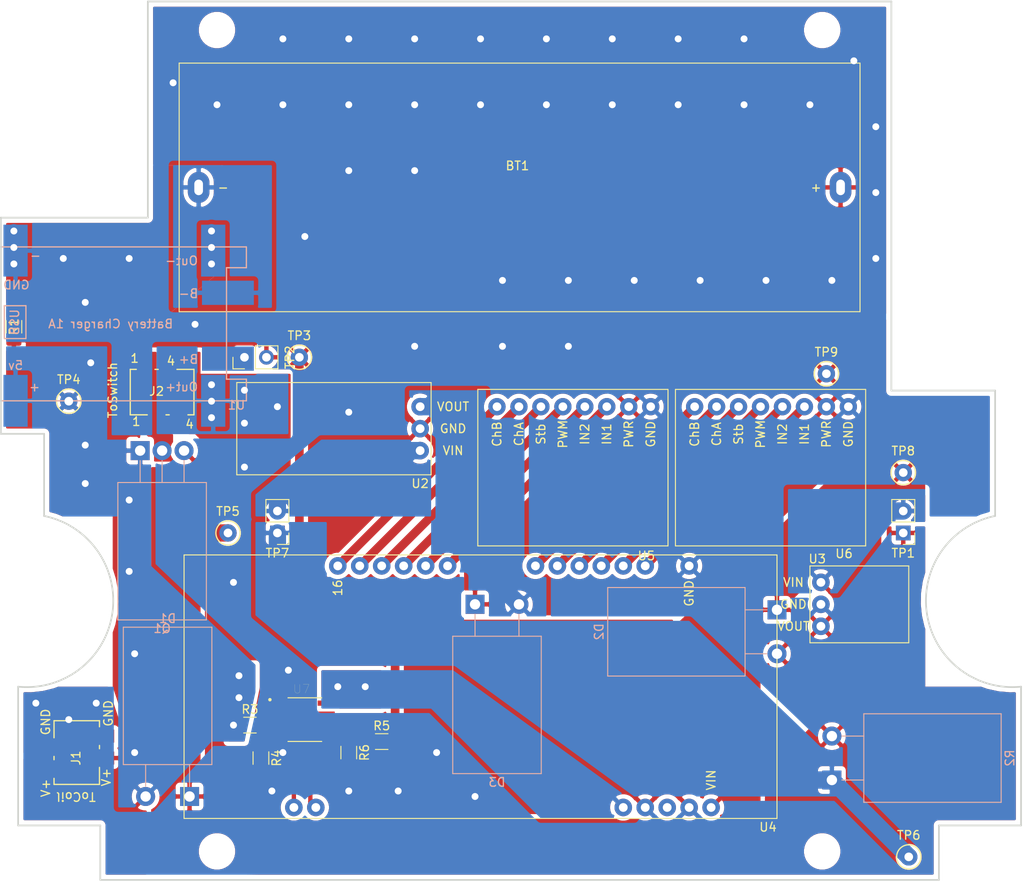
<source format=kicad_pcb>
(kicad_pcb (version 20171130) (host pcbnew 5.1.5+dfsg1-2build2)
  (layers (0 F.Cu signal) (31 B.Cu signal hide) (34 B.Paste user hide) (35 F.Paste user hide) (36 B.SilkS user) (37 F.SilkS user) (38 B.Mask user) (39 F.Mask user hide) (44 Edge.Cuts user))
  (net 0 "")
  (net 1 "Net-(BT1-Pad2)")
  (net 2 "Net-(BT1-Pad1)")
  (net 3 "Net-(D1-Pad2)")
  (net 4 "Net-(D1-Pad1)")
  (net 5 "Net-(D2-Pad2)")
  (net 6 "Net-(D2-Pad1)")
  (net 7 "Net-(D3-Pad2)")
  (net 8 "Net-(D3-Pad1)")
  (net 9 "Net-(J2-Pad1)")
  (net 10 "Net-(J2-Pad3)")
  (net 11 GND)
  (net 12 "Net-(R2-Pad1)")
  (net 13 "Net-(U4-Pad16)")
  (net 14 "Net-(U4-Pad15)")
  (net 15 "Net-(U4-Pad14)")
  (net 16 "Net-(U4-Pad13)")
  (net 17 "Net-(U4-Pad12)")
  (net 18 "Net-(U4-Pad11)")
  (net 19 "Net-(U4-Pad7)")
  (net 20 "Net-(U4-Pad6)")
  (net 21 "Net-(U4-Pad5)")
  (net 22 "Net-(U4-Pad4)")
  (net 23 "Net-(U4-Pad3)")
  (net 24 "Net-(U4-Pad2)")
  (net 25 "Net-(TP1-Pad2)")
  (net 26 "Net-(TP2-Pad1)")
  (net 27 "Net-(TP7-Pad2)")
  (net 28 /ChargerVoltage)
  (net 29 "Net-(R5-Pad1)")
  (net 30 /3v3)
  (net 31 /BatteryGauge)
  (net 32 /ChargerGauge)
  (module custom_amplifiers:SOIC127P599X175-8N (layer F.Cu) (at 10.16 79.76)
    (fp_text reference U7 (at -0.385 -3.537) (layer F.SilkS) (effects (font (thickness 0.015))))
    (fp_text value TLV9002IDR)
    (pad 1 smd rect (at -2.47 -1.905) (size 1.97 0.6) (layers F.Cu F.Paste F.Mask) (net 32 /ChargerGauge))
    (pad 2 smd rect (at -2.47 -0.635) (size 1.97 0.6) (layers F.Cu F.Paste F.Mask) (net 32 /ChargerGauge))
    (pad 3 smd rect (at -2.47 0.635) (size 1.97 0.6) (layers F.Cu F.Paste F.Mask) (net 28 /ChargerVoltage))
    (pad 4 smd rect (at -2.47 1.905) (size 1.97 0.6) (layers F.Cu F.Paste F.Mask) (net 11 GND))
    (pad 5 smd rect (at 2.47 1.905) (size 1.97 0.6) (layers F.Cu F.Paste F.Mask) (net 29 "Net-(R5-Pad1)"))
    (pad 6 smd rect (at 2.47 0.635) (size 1.97 0.6) (layers F.Cu F.Paste F.Mask) (net 31 /BatteryGauge))
    (pad 7 smd rect (at 2.47 -0.635) (size 1.97 0.6) (layers F.Cu F.Paste F.Mask) (net 31 /BatteryGauge))
    (pad 8 smd rect (at 2.47 -1.905) (size 1.97 0.6) (layers F.Cu F.Paste F.Mask) (net 30 /3v3))
  )
  (module custom_modules:battery26650 (layer F.Cu) (at 35 18.2 180)
    (fp_text reference BT1 (at 0.25 2.5) (layer F.SilkS))
    (fp_text value 4.2V)
    (fp_text user + (at -34.29 0) (layer F.SilkS))
    (fp_text user - (at 34.29 0) (layer F.SilkS))
    (pad 2 thru_hole oval (at 37.125 0 180) (size 2.5 3.6) (drill oval 1 1.8) (layers *.Cu *.Mask) (net 1 "Net-(BT1-Pad2)"))
    (pad 1 thru_hole oval (at -37.125 0 180) (size 2.5 3.6) (drill oval 1 1.8) (layers *.Cu *.Mask) (net 2 "Net-(BT1-Pad1)"))
  )
  (module Package_TO_SOT_THT:TO-220-2_Horizontal_TabDown_NoHole (layer B.Cu) (at 71.12 86.745 90)
    (fp_text reference R2 (at 2.54 20.58 90) (layer B.SilkS) (effects (justify mirror)))
    (fp_text value 1)
    (pad 1 thru_hole rect (at 0 0 90) (size 2.2 2.2) (drill 1.2) (layers *.Cu *.Mask) (net 12 "Net-(R2-Pad1)"))
    (pad 2 thru_hole circle (at 5.08 0 90) (size 2.2 2.2) (drill 1.2) (layers *.Cu *.Mask) (net 4 "Net-(D1-Pad1)"))
  )
  (module Package_TO_SOT_THT:TO-220-2_Horizontal_TabDown_NoHole (layer B.Cu) (at -3.175 88.65 180)
    (fp_text reference D1 (at 2.54 20.58) (layer B.SilkS) (effects (justify mirror)))
    (fp_text value STPS10L25D)
    (pad 1 thru_hole rect (at 0 0 180) (size 2.2 2.2) (drill 1.2) (layers *.Cu *.Mask) (net 4 "Net-(D1-Pad1)"))
    (pad 2 thru_hole circle (at 5.08 0 180) (size 2.2 2.2) (drill 1.2) (layers *.Cu *.Mask) (net 3 "Net-(D1-Pad2)"))
  )
  (module Package_TO_SOT_THT:TO-220-2_Horizontal_TabDown_NoHole (layer B.Cu) (at 29.845 66.425)
    (fp_text reference D3 (at 2.54 20.58) (layer B.SilkS) (effects (justify mirror)))
    (fp_text value STPS10L25D)
    (pad 1 thru_hole rect (at 0 0) (size 2.2 2.2) (drill 1.2) (layers *.Cu *.Mask) (net 8 "Net-(D3-Pad1)"))
    (pad 2 thru_hole circle (at 5.08 0) (size 2.2 2.2) (drill 1.2) (layers *.Cu *.Mask) (net 7 "Net-(D3-Pad2)"))
  )
  (module Package_TO_SOT_THT:TO-220-2_Horizontal_TabDown_NoHole (layer B.Cu) (at 64.77 67.06 270)
    (fp_text reference D2 (at 2.54 20.58 90) (layer B.SilkS) (effects (justify mirror)))
    (fp_text value STPS10L25D)
    (pad 1 thru_hole rect (at 0 0 270) (size 2.2 2.2) (drill 1.2) (layers *.Cu *.Mask) (net 6 "Net-(D2-Pad1)"))
    (pad 2 thru_hole circle (at 5.08 0 270) (size 2.2 2.2) (drill 1.2) (layers *.Cu *.Mask) (net 5 "Net-(D2-Pad2)"))
  )
  (module Package_TO_SOT_THT:TO-220-3_Horizontal_TabDown_NoHole (layer B.Cu) (at -8.89 48.645)
    (fp_text reference Q1 (at 2.54 20.58) (layer B.SilkS) (effects (justify mirror)))
    (fp_text value SQP90P06-07L)
    (pad 1 thru_hole rect (at 0 0) (size 2.2 2.2) (drill 1.2) (layers *.Cu *.Mask) (net 3 "Net-(D1-Pad2)"))
    (pad 2 thru_hole circle (at 2.54 0) (size 2.2 2.2) (drill 1.2) (layers *.Cu *.Mask) (net 9 "Net-(J2-Pad1)"))
    (pad 3 thru_hole circle (at 5.08 0) (size 2.2 2.2) (drill 1.2) (layers *.Cu *.Mask) (net 4 "Net-(D1-Pad1)"))
  )
  (module custom_modules:ioio_header (layer F.Cu) (at 30.48 75.95 180)
    (fp_text reference U4 (at -33.25 -16.25 180) (layer F.SilkS))
    (fp_text value ioio_header)
    (fp_text user GND (at -24.13 10.795 90) (layer F.SilkS))
    (fp_text user 16 (at 16.51 11.43 90) (layer F.SilkS))
    (fp_text user VIN (at -26.67 -10.795 90) (layer F.SilkS))
    (pad 49 thru_hole circle (at -26.67 -13.97 180) (size 2.032 2.032) (drill 1.016) (layers *.Cu *.Mask) (net 6 "Net-(D2-Pad1)"))
    (pad 48 thru_hole circle (at -21.59 -13.97 180) (size 2.032 2.032) (drill 1.016) (layers *.Cu *.Mask))
    (pad 47 thru_hole circle (at -16.51 -13.97 180) (size 2.032 2.032) (drill 1.016) (layers *.Cu *.Mask) (net 30 /3v3))
    (pad 34 thru_hole circle (at 19.05 -13.97 180) (size 2.032 2.032) (drill 1.016) (layers *.Cu *.Mask) (net 31 /BatteryGauge))
    (pad 33 thru_hole circle (at 21.59 -13.97 180) (size 2.032 2.032) (drill 1.016) (layers *.Cu *.Mask) (net 32 /ChargerGauge))
    (pad 16 thru_hole circle (at 16.51 13.97 180) (size 2.032 2.032) (drill 1.016) (layers *.Cu *.Mask) (net 13 "Net-(U4-Pad16)"))
    (pad 15 thru_hole circle (at 13.97 13.97 180) (size 2.032 2.032) (drill 1.016) (layers *.Cu *.Mask) (net 14 "Net-(U4-Pad15)"))
    (pad 14 thru_hole circle (at 11.43 13.97 180) (size 2.032 2.032) (drill 1.016) (layers *.Cu *.Mask) (net 15 "Net-(U4-Pad14)"))
    (pad 13 thru_hole circle (at 8.89 13.97 180) (size 2.032 2.032) (drill 1.016) (layers *.Cu *.Mask) (net 16 "Net-(U4-Pad13)"))
    (pad 12 thru_hole circle (at 6.35 13.97 180) (size 2.032 2.032) (drill 1.016) (layers *.Cu *.Mask) (net 17 "Net-(U4-Pad12)"))
    (pad 11 thru_hole circle (at 3.81 13.97 180) (size 2.032 2.032) (drill 1.016) (layers *.Cu *.Mask) (net 18 "Net-(U4-Pad11)"))
    (pad 7 thru_hole circle (at -6.35 13.97 180) (size 2.032 2.032) (drill 1.016) (layers *.Cu *.Mask) (net 19 "Net-(U4-Pad7)"))
    (pad 6 thru_hole circle (at -8.89 13.97 180) (size 2.032 2.032) (drill 1.016) (layers *.Cu *.Mask) (net 20 "Net-(U4-Pad6)"))
    (pad 5 thru_hole circle (at -11.43 13.97 180) (size 2.032 2.032) (drill 1.016) (layers *.Cu *.Mask) (net 21 "Net-(U4-Pad5)"))
    (pad 4 thru_hole circle (at -13.97 13.97 180) (size 2.032 2.032) (drill 1.016) (layers *.Cu *.Mask) (net 22 "Net-(U4-Pad4)"))
    (pad 3 thru_hole circle (at -16.51 13.97 180) (size 2.032 2.032) (drill 1.016) (layers *.Cu *.Mask) (net 23 "Net-(U4-Pad3)"))
    (pad 2 thru_hole circle (at -19.05 13.97 180) (size 2.032 2.032) (drill 1.016) (layers *.Cu *.Mask) (net 24 "Net-(U4-Pad2)"))
    (pad 50 thru_hole circle (at -24.13 13.97 180) (size 2.032 2.032) (drill 1.016) (layers *.Cu *.Mask) (net 11 GND))
    (pad 50 thru_hole circle (at -19.05 -13.97 180) (size 2.032 2.032) (drill 1.016) (layers *.Cu *.Mask) (net 11 GND))
    (pad 50 thru_hole circle (at -24.13 -13.97 180) (size 2.032 2.032) (drill 1.016) (layers *.Cu *.Mask) (net 11 GND))
  )
  (module custom_modules:pololu_2564 (layer F.Cu) (at 74.93 66.425)
    (fp_text reference U3 (at -5.5 -5.25 180) (layer F.SilkS))
    (fp_text value pololu_2564)
    (fp_text user VIN (at -8.255 -2.54) (layer F.SilkS))
    (fp_text user GND (at -8.255 0) (layer F.SilkS))
    (fp_text user VOUT (at -8.255 2.54) (layer F.SilkS))
    (pad 1 thru_hole circle (at -5.08 -2.54 270) (size 2.032 2.032) (drill 1.016) (layers *.Cu *.Mask) (net 25 "Net-(TP1-Pad2)"))
    (pad 2 thru_hole circle (at -5.08 0 270) (size 2.032 2.032) (drill 1.016) (layers *.Cu *.Mask) (net 11 GND))
    (pad 3 thru_hole circle (at -5.08 2.54 270) (size 2.032 2.032) (drill 1.016) (layers *.Cu *.Mask) (net 5 "Net-(D2-Pad2)"))
  )
  (module custom_connectors:188275-4 (layer F.Cu) (at -16.315 83.57 90)
    (fp_text reference J1 (at -0.635 0 90) (layer F.SilkS))
    (fp_text value 188275-4 hide)
    (pad 4 smd rect (at 1.905 2.924937 90) (size 1.4986 2.9972) (layers F.Cu F.Paste F.Mask) (net 11 GND))
    (pad 3 smd rect (at 0.635 -2.924937 90) (size 1.4986 2.9972) (layers F.Cu F.Paste F.Mask) (net 11 GND))
    (pad 2 smd rect (at -0.635 2.924937 90) (size 1.4986 2.9972) (layers F.Cu F.Paste F.Mask) (net 3 "Net-(D1-Pad2)"))
    (pad 1 smd rect (at -1.905 -2.924937 90) (size 1.4986 2.9972) (layers F.Cu F.Paste F.Mask) (net 3 "Net-(D1-Pad2)"))
  )
  (module Resistor_SMD:R_1206_3216Metric_Pad1.30x1.75mm_HandSolder (layer F.Cu) (at 15.24 83.57 270)
    (fp_text reference R6 (at 0 -1.82 270) (layer F.SilkS))
    (fp_text value 374k)
    (pad 2 smd roundrect (at 1.55 0 270) (size 1.3 1.75) (layers F.Cu F.Paste F.Mask) (roundrect_rratio 0.192308) (net 11 GND))
    (pad 1 smd roundrect (at -1.55 0 270) (size 1.3 1.75) (layers F.Cu F.Paste F.Mask) (roundrect_rratio 0.192308) (net 29 "Net-(R5-Pad1)"))
  )
  (module Resistor_SMD:R_1206_3216Metric_Pad1.30x1.75mm_HandSolder (layer F.Cu) (at 19.05 82.3)
    (fp_text reference R5 (at 0 -1.82) (layer F.SilkS))
    (fp_text value 102k)
    (pad 2 smd roundrect (at 1.55 0) (size 1.3 1.75) (layers F.Cu F.Paste F.Mask) (roundrect_rratio 0.192308) (net 2 "Net-(BT1-Pad1)"))
    (pad 1 smd roundrect (at -1.55 0) (size 1.3 1.75) (layers F.Cu F.Paste F.Mask) (roundrect_rratio 0.192308) (net 29 "Net-(R5-Pad1)"))
  )
  (module Resistor_SMD:R_1206_3216Metric_Pad1.30x1.75mm_HandSolder (layer F.Cu) (at 5.08 84.205 270)
    (fp_text reference R4 (at 0 -1.82 270) (layer F.SilkS))
    (fp_text value 267k)
    (pad 1 smd roundrect (at -1.55 0 270) (size 1.3 1.75) (layers F.Cu F.Paste F.Mask) (roundrect_rratio 0.192308) (net 28 /ChargerVoltage))
    (pad 2 smd roundrect (at 1.55 0 270) (size 1.3 1.75) (layers F.Cu F.Paste F.Mask) (roundrect_rratio 0.192308) (net 11 GND))
  )
  (module Resistor_SMD:R_1206_3216Metric_Pad1.30x1.75mm_HandSolder (layer F.Cu) (at 3.81 80.395)
    (fp_text reference R3 (at 0 -1.82) (layer F.SilkS))
    (fp_text value 137k)
    (pad 1 smd roundrect (at -1.55 0) (size 1.3 1.75) (layers F.Cu F.Paste F.Mask) (roundrect_rratio 0.192308) (net 3 "Net-(D1-Pad2)"))
    (pad 2 smd roundrect (at 1.55 0) (size 1.3 1.75) (layers F.Cu F.Paste F.Mask) (roundrect_rratio 0.192308) (net 28 /ChargerVoltage))
  )
  (module Resistor_SMD:R_1206_3216Metric_Pad1.30x1.75mm_HandSolder (layer F.Cu) (at -23.495 34.32 90)
    (fp_text reference R1 (at 0 0 90) (layer F.SilkS))
    (fp_text value 100k)
    (pad 2 smd roundrect (at 1.55 0 90) (size 1.3 1.75) (layers F.Cu F.Paste F.Mask) (roundrect_rratio 0.192308) (net 11 GND))
    (pad 1 smd roundrect (at -1.55 0 90) (size 1.3 1.75) (layers F.Cu F.Paste F.Mask) (roundrect_rratio 0.192308) (net 3 "Net-(D1-Pad2)"))
  )
  (module custom_modules:pololu_791 (layer F.Cu) (at 23.495 43.565 180)
    (fp_text reference U2 (at 0 -8.89) (layer F.SilkS))
    (fp_text value pololu_791)
    (fp_text user VIN (at -3.81 -5.08) (layer F.SilkS))
    (fp_text user GND (at -3.81 -2.54) (layer F.SilkS))
    (fp_text user VOUT (at -3.81 0) (layer F.SilkS))
    (pad 1 thru_hole circle (at 0 -5.08 180) (size 2.032 2.032) (drill 1.016) (layers *.Cu *.Mask) (net 27 "Net-(TP7-Pad2)"))
    (pad 2 thru_hole circle (at 0 -2.54 180) (size 2.032 2.032) (drill 1.016) (layers *.Cu *.Mask) (net 11 GND))
    (pad 3 thru_hole circle (at 0 0 180) (size 2.032 2.032) (drill 1.016) (layers *.Cu *.Mask) (net 7 "Net-(D3-Pad2)"))
  )
  (module MountingHole:MountingHole_3.2mm_M3 (layer F.Cu) (at 0 95)
    (fp_text reference REF** hide)
    (fp_text value MountingHole_3.2mm_M3 hide)
    (pad 1 np_thru_hole circle (at 0 0) (size 3.2 3.2) (drill 3.2) (layers *.Cu *.Mask))
  )
  (module MountingHole:MountingHole_3.2mm_M3 (layer F.Cu) (at 70 95)
    (fp_text reference REF** hide)
    (fp_text value MountingHole_3.2mm_M3 hide)
    (pad 1 np_thru_hole circle (at 0 0) (size 3.2 3.2) (drill 3.2) (layers *.Cu *.Mask))
  )
  (module MountingHole:MountingHole_3.2mm_M3 (layer F.Cu) (at 0 0)
    (fp_text reference REF** hide)
    (fp_text value MountingHole_3.2mm_M3 hide)
    (pad 1 np_thru_hole circle (at 0 0) (size 3.2 3.2) (drill 3.2) (layers *.Cu *.Mask))
  )
  (module MountingHole:MountingHole_3.2mm_M3 (layer F.Cu) (at 70 0)
    (fp_text reference REF** hide)
    (fp_text value MountingHole_3.2mm_M3 hide)
    (pad 1 np_thru_hole circle (at 0 0) (size 3.2 3.2) (drill 3.2) (layers *.Cu *.Mask))
  )
  (module custom_modules:TP4056-18650_SMD (layer B.Cu) (at -25 42.885)
    (fp_text reference U1 (at 27.25 0.5 180) (layer B.SilkS) (effects (justify mirror)))
    (fp_text value tp4056)
    (fp_text user + (at 3.9 -1.6 180) (layer B.SilkS) (effects (justify mirror)))
    (fp_text user - (at 4 -16.8 180) (layer B.SilkS) (effects (justify mirror)))
    (fp_text user USB (at 1.6 -9.1 90) (layer B.SilkS) (effects (justify mirror)))
    (fp_text user Out- (at 20.9 -16.2 180) (layer B.SilkS) (effects (justify mirror)))
    (fp_text user Out+ (at 20.9 -1.6 180) (layer B.SilkS) (effects (justify mirror)))
    (fp_text user B- (at 21.7 -12.4 180) (layer B.SilkS) (effects (justify mirror)))
    (fp_text user B+ (at 21.7 -4.8 180) (layer B.SilkS) (effects (justify mirror)))
    (fp_text user 5v (at 1.7 -4.1 180) (layer B.SilkS) (effects (justify mirror)))
    (fp_text user GND (at 1.8 -13.4 180) (layer B.SilkS) (effects (justify mirror)))
    (fp_text user "Battery Charger 1A" (at 12.7 -8.9 180) (layer B.SilkS) (effects (justify mirror)))
    (pad 1 smd rect (at 1.7 -1.7) (size 2.8 6) (drill (offset 0 1.7)) (layers B.Cu B.Paste B.Mask) (net 3 "Net-(D1-Pad2)"))
    (pad 2 smd rect (at 1.7 -15.67) (size 2.8 6) (drill (offset 0 -1.7)) (layers B.Cu B.Paste B.Mask) (net 11 GND))
    (pad 3 smd rect (at 24.56 -1.7) (size 2.8 6) (drill (offset 0 1.7)) (layers B.Cu B.Paste B.Mask) (net 10 "Net-(J2-Pad3)"))
    (pad 4 smd rect (at 24.56 -15.67) (size 2.8 6) (drill (offset 0 -1.7)) (layers B.Cu B.Paste B.Mask) (net 11 GND))
    (pad 5 smd rect (at 24.56 -4.875) (size 6 2.8) (drill (offset 1.7 0)) (layers B.Cu B.Paste B.Mask) (net 26 "Net-(TP2-Pad1)"))
    (pad 6 smd rect (at 24.56 -12.495) (size 6 2.8) (drill (offset 1.7 0)) (layers B.Cu B.Paste B.Mask) (net 1 "Net-(BT1-Pad2)"))
  )
  (module custom_modules:hubeeBreakout (layer F.Cu) (at 73.025 43.565 180)
    (fp_text reference U6 (at 0.5 -17 180) (layer F.SilkS))
    (fp_text value hubeeBreakout)
    (fp_text user ChB (at 17.78 -3.175 270) (layer F.SilkS))
    (fp_text user ChA (at 15.24 -3.175 270) (layer F.SilkS))
    (fp_text user Stb (at 12.7 -3.175 270) (layer F.SilkS))
    (fp_text user PWM (at 10.16 -3.175 270) (layer F.SilkS))
    (fp_text user IN2 (at 7.62 -3.175 270) (layer F.SilkS))
    (fp_text user IN1 (at 5.08 -3.175 270) (layer F.SilkS))
    (fp_text user PWR (at 2.54 -3.175 270) (layer F.SilkS))
    (fp_text user GND (at 0 -3.175 270) (layer F.SilkS))
    (pad 8 thru_hole circle (at 17.78 0 180) (size 2 2) (drill 1) (layers *.Cu *.Mask) (net 19 "Net-(U4-Pad7)"))
    (pad 7 thru_hole circle (at 15.24 0 180) (size 2 2) (drill 1) (layers *.Cu *.Mask) (net 20 "Net-(U4-Pad6)"))
    (pad 6 thru_hole circle (at 12.7 0 180) (size 2 2) (drill 1) (layers *.Cu *.Mask) (net 21 "Net-(U4-Pad5)"))
    (pad 5 thru_hole circle (at 10.16 0 180) (size 2 2) (drill 1) (layers *.Cu *.Mask) (net 22 "Net-(U4-Pad4)"))
    (pad 4 thru_hole circle (at 7.62 0 180) (size 2 2) (drill 1) (layers *.Cu *.Mask) (net 23 "Net-(U4-Pad3)"))
    (pad 3 thru_hole circle (at 5.08 0 180) (size 2 2) (drill 1) (layers *.Cu *.Mask) (net 24 "Net-(U4-Pad2)"))
    (pad 2 thru_hole circle (at 2.54 0 180) (size 2 2) (drill 1) (layers *.Cu *.Mask) (net 8 "Net-(D3-Pad1)"))
    (pad 1 thru_hole circle (at 0 0 180) (size 2 2) (drill 1) (layers *.Cu *.Mask) (net 11 GND))
  )
  (module custom_connectors:188275-4 (layer F.Cu) (at -6.35 41.785)
    (fp_text reference J2 (at -0.635 0) (layer F.SilkS))
    (fp_text value 188275-4 hide)
    (fp_text user 1 (at -3.175 -3.81) (layer F.SilkS))
    (fp_text user 4 (at 3.175 3.81) (layer F.SilkS))
    (pad 1 smd rect (at -1.905 -2.924937) (size 1.4986 2.9972) (layers F.Cu F.Paste F.Mask) (net 9 "Net-(J2-Pad1)"))
    (pad 2 smd rect (at -0.635 2.924937) (size 1.4986 2.9972) (layers F.Cu F.Paste F.Mask) (net 9 "Net-(J2-Pad1)"))
    (pad 3 smd rect (at 0.635 -2.924937) (size 1.4986 2.9972) (layers F.Cu F.Paste F.Mask) (net 10 "Net-(J2-Pad3)"))
    (pad 4 smd rect (at 1.905 2.924937) (size 1.4986 2.9972) (layers F.Cu F.Paste F.Mask) (net 10 "Net-(J2-Pad3)"))
  )
  (module custom_modules:hubeeBreakout (layer F.Cu) (at 50.165 43.565 180)
    (fp_text reference U5 (at 0.5 -17.25 180) (layer F.SilkS))
    (fp_text value hubeeBreakout)
    (fp_text user ChB (at 17.78 -3.175 270) (layer F.SilkS))
    (fp_text user ChA (at 15.24 -3.175 270) (layer F.SilkS))
    (fp_text user Stb (at 12.7 -3.175 270) (layer F.SilkS))
    (fp_text user PWM (at 10.16 -3.175 270) (layer F.SilkS))
    (fp_text user IN2 (at 7.62 -3.175 270) (layer F.SilkS))
    (fp_text user IN1 (at 5.08 -3.175 270) (layer F.SilkS))
    (fp_text user PWR (at 2.54 -3.175 270) (layer F.SilkS))
    (fp_text user GND (at 0 -3.175 270) (layer F.SilkS))
    (pad 8 thru_hole circle (at 17.78 0 180) (size 2 2) (drill 1) (layers *.Cu *.Mask) (net 13 "Net-(U4-Pad16)"))
    (pad 7 thru_hole circle (at 15.24 0 180) (size 2 2) (drill 1) (layers *.Cu *.Mask) (net 14 "Net-(U4-Pad15)"))
    (pad 6 thru_hole circle (at 12.7 0 180) (size 2 2) (drill 1) (layers *.Cu *.Mask) (net 15 "Net-(U4-Pad14)"))
    (pad 5 thru_hole circle (at 10.16 0 180) (size 2 2) (drill 1) (layers *.Cu *.Mask) (net 16 "Net-(U4-Pad13)"))
    (pad 4 thru_hole circle (at 7.62 0 180) (size 2 2) (drill 1) (layers *.Cu *.Mask) (net 17 "Net-(U4-Pad12)"))
    (pad 3 thru_hole circle (at 5.08 0 180) (size 2 2) (drill 1) (layers *.Cu *.Mask) (net 18 "Net-(U4-Pad11)"))
    (pad 2 thru_hole circle (at 2.54 0 180) (size 2 2) (drill 1) (layers *.Cu *.Mask) (net 8 "Net-(D3-Pad1)"))
    (pad 1 thru_hole circle (at 0 0 180) (size 2 2) (drill 1) (layers *.Cu *.Mask) (net 11 GND))
  )
  (module TestPoint:TestPoint_Keystone_5000-5004_Miniature (layer F.Cu) (at -17.145 42.93)
    (fp_text reference TP4 (at 0 -2.5) (layer F.SilkS))
    (fp_text value TestPoint_keystone hide)
    (pad 1 thru_hole circle (at 0 0) (size 2 2) (drill 1) (layers *.Cu *.Mask) (net 3 "Net-(D1-Pad2)"))
  )
  (module custom_connectors:2.54mm_2pointCurrentTestPoint (layer F.Cu) (at 79.375 58.17 180)
    (fp_text reference TP1 (at 0 -2.33) (layer F.SilkS))
    (fp_text value TestPoint_CurrentShunt hide)
    (pad 2 thru_hole oval (at 0 2.54 180) (size 1.7 1.7) (drill 1) (layers *.Cu *.Mask) (net 25 "Net-(TP1-Pad2)"))
    (pad 1 thru_hole rect (at 0 0 180) (size 1.7 1.7) (drill 1) (layers *.Cu *.Mask) (net 4 "Net-(D1-Pad1)"))
  )
  (module TestPoint:TestPoint_Keystone_5000-5004_Miniature (layer F.Cu) (at 70.485 39.755)
    (fp_text reference TP9 (at 0 -2.5) (layer F.SilkS))
    (fp_text value TestPoint_keystone hide)
    (pad 1 thru_hole circle (at 0 0) (size 2 2) (drill 1) (layers *.Cu *.Mask) (net 8 "Net-(D3-Pad1)"))
  )
  (module custom_connectors:2.54mm_2pointCurrentTestPoint (layer F.Cu) (at 3.175 37.85 90)
    (fp_text reference TP2 (at 0 5.25 90) (layer F.SilkS))
    (fp_text value TestPoint_CurrentShunt hide)
    (pad 1 thru_hole rect (at 0 0 90) (size 1.7 1.7) (drill 1) (layers *.Cu *.Mask) (net 26 "Net-(TP2-Pad1)"))
    (pad 2 thru_hole oval (at 0 2.54 90) (size 1.7 1.7) (drill 1) (layers *.Cu *.Mask) (net 2 "Net-(BT1-Pad1)"))
  )
  (module custom_connectors:2.54mm_2pointCurrentTestPoint (layer F.Cu) (at 6.985 58.17 180)
    (fp_text reference TP7 (at 0 -2.33) (layer F.SilkS))
    (fp_text value TestPoint_CurrentShunt hide)
    (pad 1 thru_hole rect (at 0 0 180) (size 1.7 1.7) (drill 1) (layers *.Cu *.Mask) (net 12 "Net-(R2-Pad1)"))
    (pad 2 thru_hole oval (at 0 2.54 180) (size 1.7 1.7) (drill 1) (layers *.Cu *.Mask) (net 27 "Net-(TP7-Pad2)"))
  )
  (module TestPoint:TestPoint_Keystone_5000-5004_Miniature (layer F.Cu) (at 79.375 51.185)
    (fp_text reference TP8 (at 0 -2.5) (layer F.SilkS))
    (fp_text value TestPoint_keystone hide)
    (pad 1 thru_hole circle (at 0 0) (size 2 2) (drill 1) (layers *.Cu *.Mask) (net 6 "Net-(D2-Pad1)"))
  )
  (module TestPoint:TestPoint_Keystone_5000-5004_Miniature (layer F.Cu) (at 1.27 58.17)
    (fp_text reference TP5 (at 0 -2.5) (layer F.SilkS))
    (fp_text value TestPoint_keystone hide)
    (pad 1 thru_hole circle (at 0 0) (size 2 2) (drill 1) (layers *.Cu *.Mask) (net 4 "Net-(D1-Pad1)"))
  )
  (module TestPoint:TestPoint_Keystone_5000-5004_Miniature (layer F.Cu) (at 80.01 95.635)
    (fp_text reference TP6 (at 0 -2.5) (layer F.SilkS))
    (fp_text value TestPoint_keystone hide)
    (pad 1 thru_hole circle (at 0 0) (size 2 2) (drill 1) (layers *.Cu *.Mask) (net 12 "Net-(R2-Pad1)"))
  )
  (module TestPoint:TestPoint_Keystone_5000-5004_Miniature (layer F.Cu) (at 9.525 37.85)
    (fp_text reference TP3 (at 0 -2.5) (layer F.SilkS))
    (fp_text value TestPoint_keystone hide)
    (pad 1 thru_hole circle (at 0 0) (size 2 2) (drill 1) (layers *.Cu *.Mask) (net 2 "Net-(BT1-Pad1)"))
  )
  (gr_text V+ (at -19.815 87.67 90) (layer F.SilkS) (effects (font (size 1 1))))
  (gr_text GND (at -19.815 80.035 90) (layer F.SilkS) (effects (font (size 1 1))))
  (gr_text GND (at -12.565 79.035 90) (layer F.SilkS) (effects (font (size 1 1))))
  (gr_text ToCoil (at -16.315 88.67 180) (layer F.SilkS) (effects (font (size 1 1))))
  (gr_text V+ (at -12.815 86.42 90) (layer F.SilkS) (effects (font (size 1 1))))
  (gr_line (start -20 56.202041) (end -20 46.7) (layer Edge.Cuts) (width 0.2))
  (gr_line (start 83.5 98.3) (end -13.5 98.3) (layer Edge.Cuts) (width 0.2))
  (gr_line (start 83.5 92) (end 83.5 98.3) (layer Edge.Cuts) (width 0.2))
  (gr_line (start -8 -3.3) (end 78 -3.3) (layer Edge.Cuts) (width 0.2))
  (gr_line (start -25 21.7) (end -8 21.7) (layer Edge.Cuts) (width 0.2))
  (gr_line (start -25 46.7) (end -25 21.7) (layer Edge.Cuts) (width 0.2))
  (gr_line (start 78 -3.3) (end 78 41.7) (layer Edge.Cuts) (width 0.2))
  (gr_line (start -20 46.7) (end -25 46.7) (layer Edge.Cuts) (width 0.2))
  (gr_line (start -23 92) (end -23 75.949874) (layer Edge.Cuts) (width 0.2))
  (gr_line (start -8 21.7) (end -8 -3.3) (layer Edge.Cuts) (width 0.2))
  (gr_line (start 93 92) (end 83.5 92) (layer Edge.Cuts) (width 0.2))
  (gr_line (start -13.5 98.3) (end -13.5 92) (layer Edge.Cuts) (width 0.2))
  (gr_arc (start -22 66) (end -23 75.949874) (angle -174.2022114) (layer Edge.Cuts) (width 0.2))
  (gr_line (start 93 75.949874) (end 93 92) (layer Edge.Cuts) (width 0.2))
  (gr_arc (start 92 66) (end 90 56.202041) (angle -174.2022114) (layer Edge.Cuts) (width 0.2))
  (gr_line (start 90 41.7) (end 90 56.202041) (layer Edge.Cuts) (width 0.2))
  (gr_line (start 78 41.7) (end 90 41.7) (layer Edge.Cuts) (width 0.2))
  (gr_line (start -13.5 92) (end -23 92) (layer Edge.Cuts) (width 0.2))
  (gr_text 4 (at -5.335 38.285) (layer F.SilkS) (effects (font (size 1 1))))
  (gr_text 1 (at -9.335 45.285) (layer F.SilkS) (effects (font (size 1 1))))
  (gr_text ToSwitch (at -12.065 41.66 90) (layer F.SilkS) (effects (font (size 1 1))))
  (segment (start 20.6 71.785) (end 20.6 82.3) (width 1) (layer F.Cu) (net 2))
  (segment (start 9.525 60.71) (end 20.6 71.785) (width 1) (layer F.Cu) (net 2))
  (segment (start 9.525 37.85) (end 9.525 60.71) (width 1) (layer F.Cu) (net 2))
  (via (at 2.54 74.68) (size 1.6) (drill 0.8) (layers F.Cu B.Cu) (net 3))
  (via (at 2.54 77.22) (size 1.6) (drill 0.8) (layers F.Cu B.Cu) (net 3))
  (via (at 1.905 80.395) (size 1.6) (drill 0.8) (layers F.Cu B.Cu) (net 3))
  (via (at -15.24 48.01) (size 1.6) (drill 0.8) (layers F.Cu B.Cu) (net 3))
  (via (at -15.24 52.455) (size 1.6) (drill 0.8) (layers F.Cu B.Cu) (net 3))
  (via (at -10.16 54.36) (size 1.6) (drill 0.8) (layers F.Cu B.Cu) (net 3))
  (via (at -10.16 62.615) (size 1.6) (drill 0.8) (layers F.Cu B.Cu) (net 3))
  (via (at -9.525 72.14) (size 1.6) (drill 0.8) (layers F.Cu B.Cu) (net 3))
  (via (at -9.525 83.57) (size 1.6) (drill 0.8) (layers F.Cu B.Cu) (net 3))
  (via (at -14.605 38.485) (size 1.6) (drill 0.8) (layers F.Cu B.Cu) (net 3))
  (segment (start 1.27 58.17) (end -1.905 58.17) (width 2) (layer F.Cu) (net 4))
  (segment (start 23.495 43.565) (end 24.93184 43.565) (width 2) (layer B.Cu) (net 7))
  (segment (start 33.02 64.52) (end 34.925 66.425) (width 2) (layer B.Cu) (net 7))
  (segment (start 33.02 51.65316) (end 33.02 64.52) (width 2) (layer B.Cu) (net 7))
  (segment (start 24.93184 43.565) (end 33.02 51.65316) (width 2) (layer B.Cu) (net 7))
  (via (at -0.635 44.835) (size 1.6) (drill 0.8) (layers F.Cu B.Cu) (net 10))
  (via (at -0.635 42.93) (size 1.6) (drill 0.8) (layers F.Cu B.Cu) (net 10))
  (via (at -0.635 41.025) (size 1.6) (drill 0.8) (layers F.Cu B.Cu) (net 10))
  (via (at 3.175 41.66) (size 1.6) (drill 0.8) (layers F.Cu B.Cu) (net 10))
  (via (at 6.985 43.565) (size 1.6) (drill 0.8) (layers F.Cu B.Cu) (net 10))
  (via (at 3.175 45.47) (size 1.6) (drill 0.8) (layers F.Cu B.Cu) (net 10))
  (via (at -0.635 27.055) (size 1.6) (drill 0.8) (layers F.Cu B.Cu) (net 11))
  (via (at -0.635 25.15) (size 1.6) (drill 0.8) (layers F.Cu B.Cu) (net 11))
  (via (at -0.635 23.245) (size 1.6) (drill 0.8) (layers F.Cu B.Cu) (net 11))
  (via (at -23.495 27.055) (size 1.6) (drill 0.8) (layers F.Cu B.Cu) (net 11))
  (via (at -23.495 25.15) (size 1.6) (drill 0.8) (layers F.Cu B.Cu) (net 11))
  (via (at -23.495 23.245) (size 1.6) (drill 0.8) (layers F.Cu B.Cu) (net 11))
  (via (at -20.955 77.855) (size 1.6) (drill 0.8) (layers F.Cu B.Cu) (net 11))
  (via (at -17.145 79.76) (size 1.6) (drill 0.8) (layers F.Cu B.Cu) (net 11))
  (via (at -13.97 77.855) (size 1.6) (drill 0.8) (layers F.Cu B.Cu) (net 11))
  (via (at 7.62 83.57) (size 1.6) (drill 0.8) (layers F.Cu B.Cu) (net 11))
  (via (at 6.35 88.015) (size 1.6) (drill 0.8) (layers F.Cu B.Cu) (net 11))
  (via (at 15.24 88.015) (size 1.6) (drill 0.8) (layers F.Cu B.Cu) (net 11))
  (via (at 20.955 88.015) (size 1.6) (drill 0.8) (layers F.Cu B.Cu) (net 11))
  (via (at 7.62 1.02) (size 1.6) (drill 0.8) (layers F.Cu B.Cu) (net 11))
  (via (at 0 8.64) (size 1.6) (drill 0.8) (layers F.Cu B.Cu) (net 11))
  (via (at 7.62 8.64) (size 1.6) (drill 0.8) (layers F.Cu B.Cu) (net 11))
  (via (at 15.24 8.64) (size 1.6) (drill 0.8) (layers F.Cu B.Cu) (net 11))
  (via (at 22.86 8.64) (size 1.6) (drill 0.8) (layers F.Cu B.Cu) (net 11))
  (via (at 30.48 8.64) (size 1.6) (drill 0.8) (layers F.Cu B.Cu) (net 11))
  (via (at 38.1 8.64) (size 1.6) (drill 0.8) (layers F.Cu B.Cu) (net 11))
  (via (at 45.72 8.64) (size 1.6) (drill 0.8) (layers F.Cu B.Cu) (net 11))
  (via (at 53.34 8.64) (size 1.6) (drill 0.8) (layers F.Cu B.Cu) (net 11))
  (via (at 60.96 8.64) (size 1.6) (drill 0.8) (layers F.Cu B.Cu) (net 11))
  (via (at 68.58 8.64) (size 1.6) (drill 0.8) (layers F.Cu B.Cu) (net 11))
  (via (at 15.24 1.02) (size 1.6) (drill 0.8) (layers F.Cu B.Cu) (net 11))
  (via (at 22.86 1.02) (size 1.6) (drill 0.8) (layers F.Cu B.Cu) (net 11))
  (via (at 30.48 1.02) (size 1.6) (drill 0.8) (layers F.Cu B.Cu) (net 11))
  (via (at 38.1 1.02) (size 1.6) (drill 0.8) (layers F.Cu B.Cu) (net 11))
  (via (at 45.72 1.02) (size 1.6) (drill 0.8) (layers F.Cu B.Cu) (net 11))
  (via (at 53.34 1.02) (size 1.6) (drill 0.8) (layers F.Cu B.Cu) (net 11))
  (via (at 60.96 1.02) (size 1.6) (drill 0.8) (layers F.Cu B.Cu) (net 11))
  (via (at 15.24 16.26) (size 1.6) (drill 0.8) (layers F.Cu B.Cu) (net 11))
  (via (at 22.86 16.26) (size 1.6) (drill 0.8) (layers F.Cu B.Cu) (net 11))
  (via (at 10.16 23.88) (size 1.6) (drill 0.8) (layers F.Cu B.Cu) (net 11))
  (via (at -17.78 26.42) (size 1.6) (drill 0.8) (layers F.Cu B.Cu) (net 11))
  (via (at -15.24 31.5) (size 1.6) (drill 0.8) (layers F.Cu B.Cu) (net 11))
  (via (at -10.16 26.42) (size 1.6) (drill 0.8) (layers F.Cu B.Cu) (net 11))
  (via (at 15.24 44.2) (size 1.6) (drill 0.8) (layers F.Cu B.Cu) (net 11))
  (via (at 22.86 36.58) (size 1.6) (drill 0.8) (layers F.Cu B.Cu) (net 11))
  (via (at 33.02 28.96) (size 1.6) (drill 0.8) (layers F.Cu B.Cu) (net 11))
  (via (at 33.02 36.58) (size 1.6) (drill 0.8) (layers F.Cu B.Cu) (net 11))
  (via (at 40.64 36.58) (size 1.6) (drill 0.8) (layers F.Cu B.Cu) (net 11))
  (via (at 40.64 28.96) (size 1.6) (drill 0.8) (layers F.Cu B.Cu) (net 11))
  (via (at 48.26 28.96) (size 1.6) (drill 0.8) (layers F.Cu B.Cu) (net 11))
  (via (at 55.88 28.96) (size 1.6) (drill 0.8) (layers F.Cu B.Cu) (net 11))
  (via (at 63.5 28.96) (size 1.6) (drill 0.8) (layers F.Cu B.Cu) (net 11))
  (via (at 71.12 28.96) (size 1.6) (drill 0.8) (layers F.Cu B.Cu) (net 11))
  (via (at 76.2 26.42) (size 1.6) (drill 0.8) (layers F.Cu B.Cu) (net 11))
  (via (at 76.2 18.8) (size 1.6) (drill 0.8) (layers F.Cu B.Cu) (net 11))
  (via (at 76.2 11.18) (size 1.6) (drill 0.8) (layers F.Cu B.Cu) (net 11))
  (via (at 73.66 3.56) (size 1.6) (drill 0.8) (layers F.Cu B.Cu) (net 11))
  (via (at -5.08 6.1) (size 1.6) (drill 0.8) (layers F.Cu B.Cu) (net 11))
  (via (at -2.54 34.04) (size 1.6) (drill 0.8) (layers F.Cu B.Cu) (net 11))
  (via (at 3.175 50.55) (size 1.6) (drill 0.8) (layers F.Cu B.Cu) (net 11))
  (via (at 1.905 63.885) (size 1.6) (drill 0.8) (layers F.Cu B.Cu) (net 11))
  (via (at 8.255 74.045) (size 1.6) (drill 0.8) (layers F.Cu B.Cu) (net 11))
  (via (at 25.4 83.57) (size 1.6) (drill 0.8) (layers F.Cu B.Cu) (net 11))
  (via (at 29.845 88.65) (size 1.6) (drill 0.8) (layers F.Cu B.Cu) (net 11))
  (segment (start 68.12 86.745) (end 71.12 86.745) (width 2) (layer B.Cu) (net 12))
  (segment (start 50.975 69.6) (end 68.12 86.745) (width 2) (layer B.Cu) (net 12))
  (segment (start 15.565 69.6) (end 50.975 69.6) (width 2) (layer B.Cu) (net 12))
  (segment (start 6.985 61.02) (end 15.565 69.6) (width 2) (layer B.Cu) (net 12))
  (segment (start 6.985 58.17) (end 6.985 61.02) (width 2) (layer B.Cu) (net 12))
  (segment (start 71.12 86.745) (end 80.01 95.635) (width 2) (layer B.Cu) (net 12))
  (segment (start 13.97 61.98) (end 32.385 43.565) (width 1) (layer F.Cu) (net 13))
  (segment (start 16.51 61.98) (end 34.925 43.565) (width 1) (layer F.Cu) (net 14))
  (segment (start 37.465 43.565) (end 19.05 61.98) (width 1) (layer F.Cu) (net 15))
  (segment (start 21.59 61.98) (end 40.005 43.565) (width 1) (layer F.Cu) (net 16))
  (segment (start 42.545 43.565) (end 24.13 61.98) (width 1) (layer F.Cu) (net 17))
  (segment (start 26.67 61.98) (end 45.085 43.565) (width 1) (layer F.Cu) (net 18))
  (segment (start 36.83 61.98) (end 55.245 43.565) (width 1) (layer F.Cu) (net 19))
  (segment (start 57.785 43.565) (end 39.37 61.98) (width 1) (layer F.Cu) (net 20))
  (segment (start 41.91 61.98) (end 60.325 43.565) (width 1) (layer F.Cu) (net 21))
  (segment (start 62.865 43.565) (end 44.45 61.98) (width 1) (layer F.Cu) (net 22))
  (segment (start 46.99 61.98) (end 65.405 43.565) (width 1) (layer F.Cu) (net 23))
  (segment (start 67.945 43.565) (end 49.53 61.98) (width 1) (layer F.Cu) (net 24))
  (segment (start 78.105 55.63) (end 79.375 55.63) (width 2) (layer B.Cu) (net 25))
  (segment (start 12.767919 48.645) (end 23.495 48.645) (width 2) (layer B.Cu) (net 27))
  (segment (start 6.985 54.427919) (end 12.767919 48.645) (width 2) (layer B.Cu) (net 27))
  (segment (start 6.985 55.63) (end 6.985 54.427919) (width 2) (layer B.Cu) (net 27))
  (segment (start 7.438652 77.855) (end 7.438652 79.125) (width 0.5) (layer F.Cu) (net 32))
  (segment (start 7.438652 79.125) (end 8.666101 79.125) (width 0.5) (layer F.Cu) (net 32))
  (segment (start 5.08 80.675) (end 5.36 80.395) (width 1) (layer F.Cu) (net 28))
  (segment (start 5.08 82.655) (end 5.08 80.675) (width 1) (layer F.Cu) (net 28))
  (segment (start 5.36 80.395) (end 7.438652 80.395) (width 0.5) (layer F.Cu) (net 28))
  (segment (start 14.885 81.665) (end 15.24 82.02) (width 0.5) (layer F.Cu) (net 29))
  (segment (start 12.881348 81.665) (end 14.885 81.665) (width 0.5) (layer F.Cu) (net 29))
  (segment (start 17.22 82.02) (end 17.5 82.3) (width 0.5) (layer F.Cu) (net 29))
  (segment (start 15.24 82.02) (end 17.22 82.02) (width 0.5) (layer F.Cu) (net 29))
  (via (at 13.97 75.95) (size 1.6) (drill 0.8) (layers F.Cu B.Cu) (net 30))
  (via (at 17.145 75.95) (size 1.6) (drill 0.8) (layers F.Cu B.Cu) (net 30))
  (segment (start 12.881348 79.125) (end 12.881348 80.395) (width 0.5) (layer F.Cu) (net 31))
  (segment (start 12.881348 80.395) (end 12.288899 80.395) (width 0.5) (layer F.Cu) (net 31))
  (segment (start 11.945 80.395) (end 12.63 80.395) (width 0.5) (layer F.Cu) (net 31))
  (segment (start 10.795 81.545) (end 11.945 80.395) (width 0.5) (layer F.Cu) (net 31))
  (segment (start 10.795 89.285) (end 10.795 81.545) (width 0.5) (layer F.Cu) (net 31))
  (segment (start 11.43 89.92) (end 10.795 89.285) (width 0.5) (layer F.Cu) (net 31))
  (segment (start 8.89 84.84) (end 8.89 89.92) (width 0.5) (layer F.Cu) (net 32))
  (segment (start 9.525 84.205) (end 8.89 84.84) (width 0.5) (layer F.Cu) (net 32))
  (segment (start 8.515002 79.125) (end 9.525 80.134998) (width 0.5) (layer F.Cu) (net 32))
  (segment (start 9.525 80.134998) (end 9.525 84.205) (width 0.5) (layer F.Cu) (net 32))
  (segment (start 7.69 79.125) (end 8.515002 79.125) (width 0.5) (layer F.Cu) (net 32))
  (zone (net 11) (net_name GND) (layer F.Cu) (connect_pads (clearance 0.508)) (min_thickness 0.254) (fill yes (arc_segments 32) (thermal_gap 0.508) (thermal_bridge_width 0.508))
    (polygon (pts (xy 78.105 41.66) (xy 90.17 41.66) (xy 90.17 56.265) (xy 81.915 56.265) (xy 81.915 75.95) (xy 92.71 75.95) (xy 92.71 91.825) (xy 83.185 91.825) (xy 83.185 98.175) (xy -13.335 98.175) (xy -13.335 91.825) (xy -22.86 91.825) (xy -22.86 75.95) (xy -12.065 75.95) (xy -12.065 56.265) (xy -19.685 56.265) (xy -19.685 46.74) (xy -24.765 46.74) (xy -24.765 21.975) (xy -7.62 21.975) (xy -7.62 -3.425) (xy 78.105 -3.425)))
  )
  (zone (net 11) (net_name GND) (layer B.Cu) (connect_pads (clearance 0.508)) (min_thickness 0.254) (fill yes (arc_segments 32) (thermal_gap 0.508) (thermal_bridge_width 0.508))
    (polygon (pts (xy 78.105 41.66) (xy 90.17 41.66) (xy 90.17 56.265) (xy 81.915 56.265) (xy 81.915 75.95) (xy 92.71 75.95) (xy 92.71 91.825) (xy 83.185 91.825) (xy 83.185 98.175) (xy -13.335 98.175) (xy -13.335 91.825) (xy -22.86 91.825) (xy -22.86 75.95) (xy -12.065 75.95) (xy -12.065 56.265) (xy -19.685 56.265) (xy -19.685 46.74) (xy -24.765 46.74) (xy -24.765 21.975) (xy -7.62 21.975) (xy -7.62 -3.425) (xy 78.105 -3.425)))
  )
  (zone (net 2) (net_name "Net-(BT1-Pad1)") (layer F.Cu) (priority 1) (connect_pads (clearance 0.508)) (min_thickness 0.254) (fill yes (arc_segments 32) (thermal_gap 0.508) (thermal_bridge_width 0.508))
    (polygon (pts (xy 74.295 23.88) (xy 35.2425 24.1975) (xy 15.24 39.755) (xy 5.08 39.755) (xy 5.08 36.58) (xy 31.115 14.99) (xy 74.295 14.99)))
  )
  (zone (net 1) (net_name "Net-(BT1-Pad2)") (layer B.Cu) (priority 1) (connect_pads (clearance 0.508)) (min_thickness 0.254) (fill yes (arc_segments 32) (thermal_gap 0.508) (thermal_bridge_width 0.508))
    (polygon (pts (xy 6.35 32.135) (xy -5.08 32.135) (xy -5.08 17.53) (xy -5.08 15.625) (xy 6.35 15.625)))
  )
  (zone (net 10) (net_name "Net-(J2-Pad3)") (layer F.Cu) (priority 2) (connect_pads (clearance 0.508)) (min_thickness 0.254) (fill yes (arc_segments 32) (thermal_gap 0.508) (thermal_bridge_width 0.508))
    (polygon (pts (xy -1.905 39.755) (xy 8.89 39.755) (xy 8.89 48.01) (xy -1.27 48.01) (xy -2.54 46.74) (xy -5.08 46.74) (xy -5.715 46.105) (xy -5.715 43.565) (xy -6.985 41.025) (xy -6.985 37.215) (xy -1.905 37.215)))
  )
  (zone (net 3) (net_name "Net-(D1-Pad2)") (layer F.Cu) (priority 1) (connect_pads (clearance 0.508)) (min_thickness 0.254) (fill yes (arc_segments 32) (thermal_gap 0.508) (thermal_bridge_width 0.508))
    (polygon (pts (xy -10.16 45.47) (xy -7.62 48.01) (xy -7.62 49.915) (xy -7.62 51.185) (xy -7.62 98.175) (xy -13.335 98.175) (xy -13.335 91.825) (xy -22.86 91.825) (xy -22.86 84.205) (xy -17.78 84.205) (xy -16.51 82.935) (xy -10.795 82.935) (xy -10.795 79.76) (xy -11.43 77.855) (xy -12.065 75.95) (xy -12.065 56.265) (xy -19.685 56.265) (xy -19.685 46.74) (xy -24.765 46.74) (xy -24.765 34.675) (xy -10.16 34.675)))
  )
  (zone (net 9) (net_name "Net-(J2-Pad1)") (layer F.Cu) (priority 3) (connect_pads yes (clearance 0.508)) (min_thickness 0.254) (fill yes (arc_segments 32) (thermal_gap 0.508) (thermal_bridge_width 0.508))
    (polygon (pts (xy -6.985 41.025) (xy -5.715 43.565) (xy -5.715 46.105) (xy -5.08 46.74) (xy -5.08 49.915) (xy -7.62 49.915) (xy -7.62 47.375) (xy -10.16 44.835) (xy -10.16 37.215) (xy -6.985 37.215)))
  )
  (zone (net 4) (net_name "Net-(D1-Pad1)") (layer F.Cu) (priority 2) (connect_pads (clearance 0.508)) (min_thickness 0.254) (fill yes (arc_segments 32) (thermal_gap 0.508) (thermal_bridge_width 0.508))
    (polygon (pts (xy -1.905 84.84) (xy 4.445 91.19) (xy 58.42 91.19) (xy 77.47 71.505) (xy 77.47 56.9) (xy 81.915 56.9) (xy 81.915 75.95) (xy 93.345 75.95) (xy 93.345 91.825) (xy 83.185 91.825) (xy 83.5025 98.65125) (xy -7.62 97.54) (xy -7.62 50.55) (xy -5.08 50.55) (xy -5.08 47.375) (xy -3.175 47.375) (xy -1.905 50.55)))
  )
  (zone (net 8) (net_name "Net-(D3-Pad1)") (layer F.Cu) (priority 2) (connect_pads (clearance 0.508)) (min_thickness 0.254) (fill yes (arc_segments 32) (thermal_gap 0.508) (thermal_bridge_width 0.508))
    (polygon (pts (xy 77.47 49.28) (xy 58.42 67.695) (xy 28.575 67.695) (xy 28.575 61.345) (xy 45.72 44.2) (xy 45.72 33.405) (xy 77.47 33.405)))
  )
  (zone (net 6) (net_name "Net-(D2-Pad1)") (layer F.Cu) (priority 3) (connect_pads (clearance 0.508)) (min_thickness 0.254) (fill yes (arc_segments 32) (thermal_gap 0.508) (thermal_bridge_width 0.508))
    (polygon (pts (xy 81.915 53.725) (xy 78.74 53.725) (xy 66.675 65.79) (xy 66.675 68.965) (xy 62.865 68.965) (xy 62.865 91.19) (xy 55.88 91.19) (xy 55.88 88.65) (xy 49.53 80.395) (xy 49.53 72.14) (xy 74.295 48.645) (xy 81.915 48.645)))
  )
  (zone (net 5) (net_name "Net-(D2-Pad2)") (layer F.Cu) (priority 4) (connect_pads (clearance 0.508)) (min_thickness 0.254) (fill yes (arc_segments 32) (thermal_gap 0.508) (thermal_bridge_width 0.508))
    (polygon (pts (xy 71.755 70.235) (xy 66.04 74.045) (xy 63.5 74.045) (xy 63.5 68.965) (xy 65.405 68.965) (xy 68.58 67.06) (xy 71.755 67.06)))
  )
  (zone (net 30) (net_name /3v3) (layer B.Cu) (priority 4) (connect_pads (clearance 0.508)) (min_thickness 0.254) (fill yes (arc_segments 32) (thermal_gap 0.508) (thermal_bridge_width 0.508))
    (polygon (pts (xy 48.26 89.285) (xy 48.26 91.19) (xy 37.465 91.19) (xy 24.765 78.49) (xy 12.065 78.49) (xy 12.065 74.045) (xy 27.305 74.045)))
  )
  (zone (net 30) (net_name /3v3) (layer F.Cu) (priority 4) (connect_pads (clearance 0.508)) (min_thickness 0.254) (fill yes (arc_segments 32) (thermal_gap 0.508) (thermal_bridge_width 0.508))
    (polygon (pts (xy 19.05 78.49) (xy 12.065 78.49) (xy 12.065 74.045) (xy 19.05 74.045)))
  )
  (zone (net 3) (net_name "Net-(D1-Pad2)") (layer F.Cu) (priority 1) (connect_pads (clearance 0.508)) (min_thickness 0.254) (fill yes (arc_segments 32) (thermal_gap 0.508) (thermal_bridge_width 0.508))
    (polygon (pts (xy 4.445 75.95) (xy 3.175 82.3) (xy 1.27 82.3) (xy 1.27 73.41) (xy 4.445 73.41)))
  )
  (zone (net 3) (net_name "Net-(D1-Pad2)") (layer B.Cu) (priority 1) (connect_pads (clearance 0.508)) (min_thickness 0.254) (fill yes (arc_segments 32) (thermal_gap 0.508) (thermal_bridge_width 0.508))
    (polygon (pts (xy -12.7 47.375) (xy -7.62 47.375) (xy -7.62 61.98) (xy 4.445 73.41) (xy 4.445 76.585) (xy 3.175 82.3) (xy -0.635 82.3) (xy -7.62 89.92) (xy -11.43 89.92) (xy -11.43 56.265) (xy -19.685 56.265) (xy -19.685 46.74) (xy -24.765 46.74) (xy -24.765 36.58) (xy -12.7 36.58)))
  )
  (zone (net 25) (net_name "Net-(TP1-Pad2)") (layer B.Cu) (priority 1) (connect_pads (clearance 0.508)) (min_thickness 0.254) (fill yes (arc_segments 32) (thermal_gap 0.508) (thermal_bridge_width 0.508))
    (polygon (pts (xy 81.915 56.9) (xy 78.105 56.9) (xy 71.755 65.155) (xy 66.04 65.155) (xy 66.04 53.09) (xy 81.915 53.09)))
  )
  (zone (net 10) (net_name "Net-(J2-Pad3)") (layer B.Cu) (priority 1) (connect_pads (clearance 0.508)) (min_thickness 0.254) (fill yes (arc_segments 32) (thermal_gap 0.508) (thermal_bridge_width 0.508))
    (polygon (pts (xy -1.905 39.755) (xy 8.255 39.755) (xy 8.255 46.74) (xy -6.985 46.74) (xy -6.985 36.58) (xy -1.905 36.58)))
  )
  (zone (net 11) (net_name GND) (layer F.Cu) (priority 1) (connect_pads (clearance 0.508)) (min_thickness 0.254) (fill yes (arc_segments 32) (thermal_gap 0.508) (thermal_bridge_width 0.508))
    (polygon (pts (xy 0.635 27.69) (xy -6.985 34.04) (xy -24.765 34.04) (xy -24.765 21.975) (xy -7.62 21.975) (xy -7.62 15.625) (xy 0.635 15.625)))
  )
  (zone (net 25) (net_name "Net-(TP1-Pad2)") (layer F.Cu) (priority 4) (connect_pads (clearance 0.508)) (min_thickness 0.254) (fill yes (arc_segments 32) (thermal_gap 0.508) (thermal_bridge_width 0.508))
    (polygon (pts (xy 81.915 56.9) (xy 76.835 56.9) (xy 76.835 66.425) (xy 68.58 66.425) (xy 68.58 61.345) (xy 76.835 53.725) (xy 81.915 53.725)))
  )
  (zone (net 7) (net_name "Net-(D3-Pad2)") (layer B.Cu) (priority 1) (connect_pads (clearance 0.508)) (min_thickness 0.254) (fill yes (arc_segments 32) (thermal_gap 0.508) (thermal_bridge_width 0.508))
    (polygon (pts (xy 31.115 44.835) (xy 35.56 44.835) (xy 35.56 63.25) (xy 38.1 63.25) (xy 38.1 68.33) (xy 31.115 68.33) (xy 31.115 65.155) (xy 27.94 65.155) (xy 27.94 60.71) (xy 24.765 60.71) (xy 24.765 44.835) (xy 22.225 44.835) (xy 22.225 41.66) (xy 31.115 41.66)))
  )
  (zone (net 12) (net_name "Net-(R2-Pad1)") (layer B.Cu) (priority 2) (connect_pads (clearance 0.508)) (min_thickness 0.254) (fill yes (arc_segments 32) (thermal_gap 0.508) (thermal_bridge_width 0.508))
    (polygon (pts (xy 12.7 63.25) (xy 28.575 63.25) (xy 28.575 68.33) (xy 54.61 68.33) (xy 69.85 82.935) (xy 72.39 82.935) (xy 72.39 88.65) (xy 48.26 88.65) (xy 27.305 74.045) (xy 12.065 74.045) (xy 4.445 67.695) (xy 4.445 56.9) (xy 12.7 56.9)))
  )
  (zone (net 27) (net_name "Net-(TP7-Pad2)") (layer B.Cu) (priority 2) (connect_pads (clearance 0.508)) (min_thickness 0.254) (fill yes (arc_segments 32) (thermal_gap 0.508) (thermal_bridge_width 0.508))
    (polygon (pts (xy 24.765 56.265) (xy 4.445 56.265) (xy 4.445 53.725) (xy 12.065 47.375) (xy 24.765 47.375)))
  )
)
</source>
